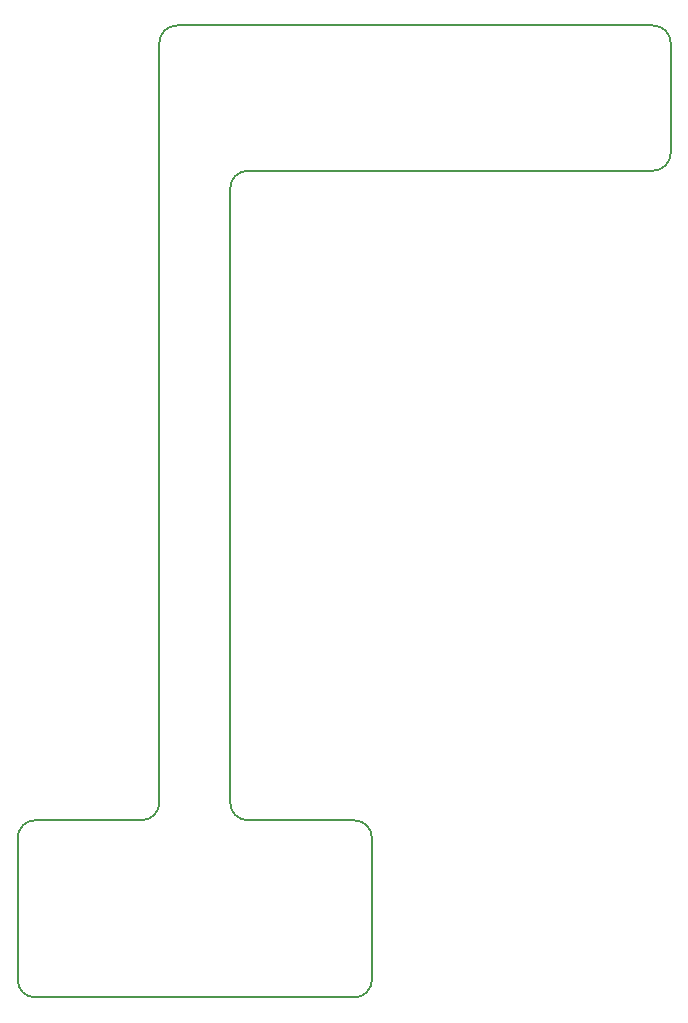
<source format=gm1>
G04 #@! TF.GenerationSoftware,KiCad,Pcbnew,7.0.7*
G04 #@! TF.CreationDate,2024-12-02T13:55:21+01:00*
G04 #@! TF.ProjectId,Finger_FSR_V1_height,46696e67-6572-45f4-9653-525f56315f68,rev?*
G04 #@! TF.SameCoordinates,Original*
G04 #@! TF.FileFunction,Profile,NP*
%FSLAX46Y46*%
G04 Gerber Fmt 4.6, Leading zero omitted, Abs format (unit mm)*
G04 Created by KiCad (PCBNEW 7.0.7) date 2024-12-02 13:55:21*
%MOMM*%
%LPD*%
G01*
G04 APERTURE LIST*
G04 #@! TA.AperFunction,Profile*
%ADD10C,0.200000*%
G04 #@! TD*
G04 APERTURE END LIST*
D10*
X131150000Y-137650000D02*
G75*
G03*
X129650000Y-136150000I-1500000J0D01*
G01*
X120650000Y-81150000D02*
G75*
G03*
X119150000Y-82650000I0J-1500000D01*
G01*
X102650000Y-136150000D02*
G75*
G03*
X101150000Y-137650000I0J-1500000D01*
G01*
X101150000Y-149650000D02*
G75*
G03*
X102650000Y-151150000I1500000J0D01*
G01*
X102650000Y-151150000D02*
X129650000Y-151150000D01*
X131150000Y-149650000D02*
X131150000Y-137650000D01*
X111650000Y-136150000D02*
G75*
G03*
X113150000Y-134650000I0J1500000D01*
G01*
X156450000Y-70350000D02*
G75*
G03*
X154950000Y-68850000I-1500000J0D01*
G01*
X111650000Y-136150000D02*
X102650000Y-136150000D01*
X113150000Y-70350000D02*
X113150000Y-134650000D01*
X101150000Y-137650000D02*
X101150000Y-149650000D01*
X114650000Y-68850000D02*
G75*
G03*
X113150000Y-70350000I0J-1500000D01*
G01*
X156450000Y-79650000D02*
X156450000Y-70350000D01*
X154950000Y-81150000D02*
G75*
G03*
X156450000Y-79650000I0J1500000D01*
G01*
X120650000Y-81150000D02*
X154950000Y-81150000D01*
X129650000Y-136150000D02*
X120650000Y-136150000D01*
X119150000Y-134650000D02*
X119150000Y-82650000D01*
X154950000Y-68850000D02*
X114650000Y-68850000D01*
X129650000Y-151150000D02*
G75*
G03*
X131150000Y-149650000I0J1500000D01*
G01*
X119150000Y-134650000D02*
G75*
G03*
X120650000Y-136150000I1500000J0D01*
G01*
M02*

</source>
